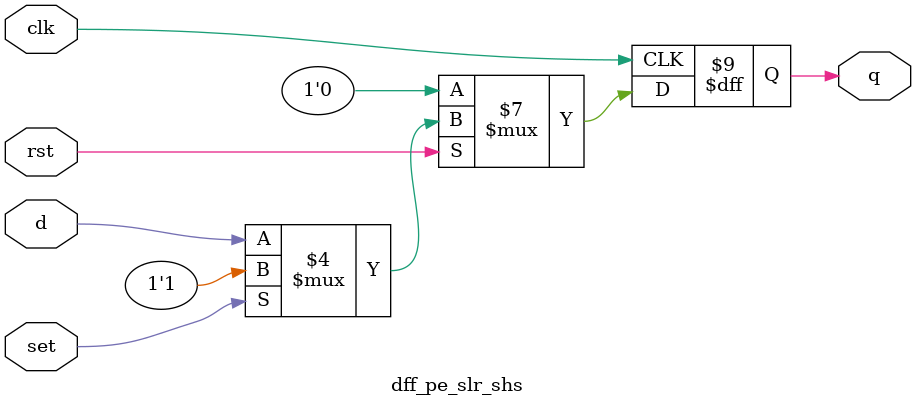
<source format=v>
`timescale 1ns / 1ps


module dff_pe_slr_shs(q, d, clk, rst, set);
input d, clk, rst, set;
output reg q;

      always@(posedge clk)
         if(!rst)
           q <= 0;
         else if(set)
           q <= 1'b1;
         else
           q <= d;
endmodule
</source>
